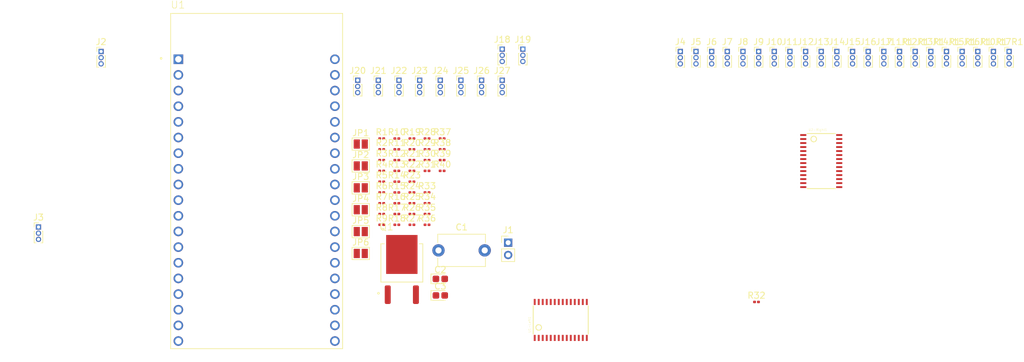
<source format=kicad_pcb>
(kicad_pcb (version 20221018) (generator pcbnew)
  (layers (0 "F.Cu" signal) (31 "B.Cu" signal) (34 "B.Paste" user) (35 "F.Paste" user) (36 "B.SilkS" user "B.Silkscreen") (37 "F.SilkS" user "F.Silkscreen") (38 "B.Mask" user) (39 "F.Mask" user) (44 "Edge.Cuts" user))
  (net 0 "")
  (net 1 "5.0V")
  (net 2 "GND")
  (net 3 "Net-(J1-Pin_2)")
  (net 4 "Net-(J2-Pin_3)")
  (net 5 "Net-(J3-Pin_3)")
  (net 6 "Net-(J4-Pin_3)")
  (net 7 "Net-(J5-Pin_3)")
  (net 8 "Net-(J6-Pin_3)")
  (net 9 "Net-(J7-Pin_3)")
  (net 10 "Net-(J8-Pin_3)")
  (net 11 "Net-(J9-Pin_3)")
  (net 12 "Net-(J10-Pin_3)")
  (net 13 "Net-(J11-Pin_3)")
  (net 14 "Net-(J12-Pin_3)")
  (net 15 "Net-(J13-Pin_3)")
  (net 16 "Net-(J14-Pin_3)")
  (net 17 "Net-(J15-Pin_3)")
  (net 18 "Net-(J16-Pin_3)")
  (net 19 "Net-(J17-Pin_3)")
  (net 20 "SDA0")
  (net 21 "SCL0")
  (net 22 "A0")
  (net 23 "A1")
  (net 24 "A2")
  (net 25 "A3")
  (net 26 "A4")
  (net 27 "A5")
  (net 28 "PWM15")
  (net 29 "PWM14")
  (net 30 "PWM13")
  (net 31 "PWM12")
  (net 32 "PWM11")
  (net 33 "PWM10")
  (net 34 "PWM9")
  (net 35 "PWM8")
  (net 36 "PWM0")
  (net 37 "PWM1")
  (net 38 "PWM2")
  (net 39 "PWM3")
  (net 40 "PWM4")
  (net 41 "PWM5")
  (net 42 "PWM6")
  (net 43 "PWM7")
  (net 44 "Net-(J18-Pin_3)")
  (net 45 "Net-(J19-Pin_3)")
  (net 46 "Net-(J20-Pin_3)")
  (net 47 "Net-(J21-Pin_3)")
  (net 48 "Net-(J22-Pin_3)")
  (net 49 "Net-(J23-Pin_3)")
  (net 50 "Net-(J24-Pin_3)")
  (net 51 "Net-(J25-Pin_3)")
  (net 52 "Net-(J26-Pin_3)")
  (net 53 "Net-(J27-Pin_3)")
  (net 54 "PWM8B")
  (net 55 "PWM9B")
  (net 56 "PWM10B")
  (net 57 "PWM11B")
  (net 58 "PWM12B")
  (net 59 "PWM13B")
  (net 60 "PWM14B")
  (net 61 "PWM15B")
  (net 62 "PWM0B")
  (net 63 "PWM1B")
  (net 64 "PWM2B")
  (net 65 "PWM3B")
  (net 66 "PWM4B")
  (net 67 "PWM5B")
  (net 68 "PWM6B")
  (net 69 "PWM7B")
  (net 70 "SDA1")
  (net 71 "SCL1")
  (net 72 "Net-(U2-Right1-#OE)")
  (net 73 "Net-(U1-Left1-#OE)")
  (net 74 "Net-(J2-Pin_1)")
  (net 75 "Net-(J2-Pin_2)")
  (net 76 "Net-(J3-Pin_1)")
  (net 77 "Net-(J3-Pin_2)")
  (net 78 "Net-(J10R1-Pin_3)")
  (net 79 "Net-(J11R1-Pin_3)")
  (net 80 "Net-(J12R1-Pin_3)")
  (net 81 "Net-(J13R1-Pin_3)")
  (net 82 "Net-(J14R1-Pin_3)")
  (net 83 "Net-(J15R1-Pin_3)")
  (net 84 "Net-(J16R1-Pin_3)")
  (net 85 "Net-(J17R1-Pin_3)")
  (net 86 "Net-(J2-Pin_19)")
  (net 87 "Net-(J2-Pin_17)")
  (net 88 "Net-(J2-Pin_18)")
  (net 89 "Net-(J2-Pin_13)")
  (net 90 "Net-(J2-Pin_7)")
  (net 91 "Net-(J2-Pin_6)")
  (net 92 "Net-(J2-Pin_8)")
  (net 93 "Net-(J2-Pin_14)")
  (net 94 "Net-(J2-Pin_15)")
  (net 95 "Net-(J2-Pin_9)")
  (net 96 "Net-(J2-Pin_16)")
  (net 97 "Net-(J3-Pin_10)")
  (net 98 "Net-(J3-Pin_9)")
  (net 99 "Net-(J2-Pin_5)")
  (net 100 "Net-(J2-Pin_4)")
  (net 101 "Net-(J3-Pin_8)")
  (net 102 "Net-(J3-Pin_7)")
  (net 103 "Net-(J2-Pin_11)")
  (net 104 "Net-(J2-Pin_10)")
  (net 105 "Net-(J2-Pin_12)")
  (net 106 "Net-(J3-Pin_6)")
  (net 107 "Net-(J3-Pin_4)")
  (net 108 "Net-(J3-Pin_5)")
  (net 109 "Net-(J3-Pin_11)")
  (footprint "Connector_PinHeader_1.00mm:PinHeader_1x03_P1.00mm_Vertical" (layer "F.Cu") (at 128.8 60.55)
    (fp_text reference "J21" (at 0 -1.56) (layer "F.SilkS"))
    (fp_text value "~")
    (pad "1" thru_hole rect (at 0 0) (size 0.85 0.85) (drill 0.5) (layers "*.Cu" "*.Mask") (net 2 "GND"))
    (pad "2" thru_hole oval (at 0 1) (size 0.85 0.85) (drill 0.5) (layers "*.Cu" "*.Mask") (net 1 "5.0V"))
    (pad "3" thru_hole oval (at 0 2) (size 0.85 0.85) (drill 0.5) (layers "*.Cu" "*.Mask") (net 47 "Net-(J21-Pin_3)"))
  )
  (footprint "Resistor_SMD:R_0201_0603Metric" (layer "F.Cu") (at 131.8 78.75)
    (fp_text reference "R15" (at 0 -1.05) (layer "F.SilkS"))
    (fp_text value "R")
    (pad "1" smd roundrect (at -0.32 0) (size 0.46 0.4) (layers "F.Cu" "F.Mask") (net 29 "PWM14"))
    (pad "2" smd roundrect (at 0.32 0) (size 0.46 0.4) (layers "F.Cu" "F.Mask") (net 12 "Net-(J10-Pin_3)"))
  )
  (footprint "Resistor_SMD:R_0201_0603Metric" (layer "F.Cu") (at 136.7 80.5)
    (fp_text reference "R34" (at 0 -1.05) (layer "F.SilkS"))
    (fp_text value "R")
    (pad "1" smd roundrect (at -0.32 0) (size 0.46 0.4) (layers "F.Cu" "F.Mask") (net 63 "PWM1B"))
    (pad "2" smd roundrect (at 0.32 0) (size 0.46 0.4) (layers "F.Cu" "F.Mask") (net 47 "Net-(J21-Pin_3)"))
  )
  (footprint "Resistor_SMD:R_0201_0603Metric" (layer "F.Cu") (at 134.25 82.25)
    (fp_text reference "R26" (at 0 -1.05) (layer "F.SilkS"))
    (fp_text value "R")
    (pad "1" smd roundrect (at -0.32 0) (size 0.46 0.4) (layers "F.Cu" "F.Mask") (net 37 "PWM1"))
    (pad "2" smd roundrect (at 0.32 0) (size 0.46 0.4) (layers "F.Cu" "F.Mask") (net 79 "Net-(J11R1-Pin_3)"))
  )
  (footprint "Connector_PinHeader_1.00mm:PinHeader_1x03_P1.00mm_Vertical" (layer "F.Cu") (at 83.82 55.88)
    (fp_text reference "J2" (at 0 -1.56) (layer "F.SilkS"))
    (fp_text value "Conn_01x19_Pin")
    (pad "1" thru_hole rect (at 0 0) (size 0.85 0.85) (drill 0.5) (layers "*.Cu" "*.Mask") (net 74 "Net-(J2-Pin_1)"))
    (pad "2" thru_hole oval (at 0 1) (size 0.85 0.85) (drill 0.5) (layers "*.Cu" "*.Mask") (net 75 "Net-(J2-Pin_2)"))
    (pad "3" thru_hole oval (at 0 2) (size 0.85 0.85) (drill 0.5) (layers "*.Cu" "*.Mask") (net 4 "Net-(J2-Pin_3)"))
  )
  (footprint "Resistor_SMD:R_0201_0603Metric" (layer "F.Cu") (at 139.15 75.25)
    (fp_text reference "R40" (at 0 -1.05) (layer "F.SilkS"))
    (fp_text value "R")
    (pad "1" smd roundrect (at -0.32 0) (size 0.46 0.4) (layers "F.Cu" "F.Mask") (net 69 "PWM7B"))
    (pad "2" smd roundrect (at 0.32 0) (size 0.46 0.4) (layers "F.Cu" "F.Mask") (net 53 "Net-(J27-Pin_3)"))
  )
  (footprint "Capacitor_Tantalum_SMD:CP_EIA-1608-08_AVX-J" (layer "F.Cu") (at 138.855 95.46)
    (fp_text reference "C3" (at 0 -1.48) (layer "F.SilkS"))
    (fp_text value "C")
    (pad "1" smd roundrect (at -0.7125 0) (size 1.075 1.05) (layers "F.Cu" "F.Paste" "F.Mask") (roundrect_rratio 0.238095) (net 1 "5.0V"))
    (pad "2" smd roundrect (at 0.7125 0) (size 1.075 1.05) (layers "F.Cu" "F.Paste" "F.Mask") (roundrect_rratio 0.238095) (net 2 "GND"))
  )
  (footprint "Capacitor_Tantalum_SMD:CP_EIA-1608-08_AVX-J" (layer "F.Cu") (at 138.855 92.77)
    (fp_text reference "C2" (at 0 -1.48) (layer "F.SilkS"))
    (fp_text value "C")
    (pad "1" smd roundrect (at -0.7125 0) (size 1.075 1.05) (layers "F.Cu" "F.Paste" "F.Mask") (roundrect_rratio 0.238095) (net 1 "5.0V"))
    (pad "2" smd roundrect (at 0.7125 0) (size 1.075 1.05) (layers "F.Cu" "F.Paste" "F.Mask") (roundrect_rratio 0.238095) (net 2 "GND"))
  )
  (footprint "Jumper:SolderJumper-2_P1.3mm_Open_Pad1.0x1.5mm" (layer "F.Cu") (at 125.95 74.45)
    (fp_text reference "JP2" (at 0 -1.8) (layer "F.SilkS"))
    (fp_text value "~")
    (pad "1" smd rect (at -0.65 0) (size 1 1.5) (layers "F.Cu" "F.Mask") (net 1 "5.0V"))
    (pad "2" smd rect (at 0.65 0) (size 1 1.5) (layers "F.Cu" "F.Mask") (net 23 "A1"))
  )
  (footprint "Resistor_SMD:R_0201_0603Metric" (layer "F.Cu") (at 134.25 70)
    (fp_text reference "R19" (at 0 -1.05) (layer "F.SilkS"))
    (fp_text value "R")
    (pad "1" smd roundrect (at -0.32 0) (size 0.46 0.4) (layers "F.Cu" "F.Mask") (net 56 "PWM10B"))
    (pad "2" smd roundrect (at 0.32 0) (size 0.46 0.4) (layers "F.Cu" "F.Mask") (net 16 "Net-(J14-Pin_3)"))
  )
  (footprint "Resistor_SMD:R_0201_0603Metric" (layer "F.Cu") (at 136.7 82.25)
    (fp_text reference "R35" (at 0 -1.05) (layer "F.SilkS"))
    (fp_text value "R")
    (pad "1" smd roundrect (at -0.32 0) (size 0.46 0.4) (layers "F.Cu" "F.Mask") (net 64 "PWM2B"))
    (pad "2" smd roundrect (at 0.32 0) (size 0.46 0.4) (layers "F.Cu" "F.Mask") (net 48 "Net-(J22-Pin_3)"))
  )
  (footprint "Resistor_SMD:R_0201_0603Metric" (layer "F.Cu") (at 131.8 71.75)
    (fp_text reference "R11" (at 0 -1.05) (layer "F.SilkS"))
    (fp_text value "R")
    (pad "1" smd roundrect (at -0.32 0) (size 0.46 0.4) (layers "F.Cu" "F.Mask") (net 33 "PWM10"))
    (pad "2" smd roundrect (at 0.32 0) (size 0.46 0.4) (layers "F.Cu" "F.Mask") (net 8 "Net-(J6-Pin_3)"))
  )
  (footprint "Capacitor_THT:C_Disc_D7.5mm_W5.0mm_P7.50mm" (layer "F.Cu") (at 138.56 88.15)
    (fp_text reference "C1" (at 3.75 -3.75) (layer "F.SilkS"))
    (fp_text value "C_Polarized_US")
    (pad "1" thru_hole circle (at 0 0) (size 2 2) (drill 1) (layers "*.Cu" "*.Mask") (net 1 "5.0V"))
    (pad "2" thru_hole circle (at 7.5 0) (size 2 2) (drill 1) (layers "*.Cu" "*.Mask") (net 2 "GND"))
  )
  (footprint "Resistor_SMD:R_0201_0603Metric" (layer "F.Cu") (at 134.25 78.75)
    (fp_text reference "R24" (at 0 -1.05) (layer "F.SilkS"))
    (fp_text value "R")
    (pad "1" smd roundrect (at -0.32 0) (size 0.46 0.4) (layers "F.Cu" "F.Mask") (net 61 "PWM15B"))
    (pad "2" smd roundrect (at 0.32 0) (size 0.46 0.4) (layers "F.Cu" "F.Mask") (net 45 "Net-(J19-Pin_3)"))
  )
  (footprint "Resistor_SMD:R_0201_0603Metric" (layer "F.Cu") (at 134.25 80.5)
    (fp_text reference "R25" (at 0 -1.05) (layer "F.SilkS"))
    (fp_text value "R")
    (pad "1" smd roundrect (at -0.32 0) (size 0.46 0.4) (layers "F.Cu" "F.Mask") (net 36 "PWM0"))
    (pad "2" smd roundrect (at 0.32 0) (size 0.46 0.4) (layers "F.Cu" "F.Mask") (net 78 "Net-(J10R1-Pin_3)"))
  )
  (footprint "Connector_PinHeader_1.00mm:PinHeader_1x03_P1.00mm_Vertical" (layer "F.Cu") (at 135.5 60.55)
    (fp_text reference "J23" (at 0 -1.56) (layer "F.SilkS"))
    (fp_text value "~")
    (pad "1" thru_hole rect (at 0 0) (size 0.85 0.85) (drill 0.5) (layers "*.Cu" "*.Mask") (net 2 "GND"))
    (pad "2" thru_hole oval (at 0 1) (size 0.85 0.85) (drill 0.5) (layers "*.Cu" "*.Mask") (net 1 "5.0V"))
    (pad "3" thru_hole oval (at 0 2) (size 0.85 0.85) (drill 0.5) (layers "*.Cu" "*.Mask") (net 49 "Net-(J23-Pin_3)"))
  )
  (footprint "Connector_PinHeader_1.00mm:PinHeader_1x03_P1.00mm_Vertical" (layer "F.Cu") (at 198.12 55.88)
    (fp_text reference "J12" (at 0 -1.56) (layer "F.SilkS"))
    (fp_text value "~")
    (pad "1" thru_hole rect (at 0 0) (size 0.85 0.85) (drill 0.5) (layers "*.Cu" "*.Mask") (net 2 "GND"))
    (pad "2" thru_hole oval (at 0 1) (size 0.85 0.85) (drill 0.5) (layers "*.Cu" "*.Mask") (net 1 "5.0V"))
    (pad "3" thru_hole oval (at 0 2) (size 0.85 0.85) (drill 0.5) (layers "*.Cu" "*.Mask") (net 14 "Net-(J12-Pin_3)"))
  )
  (footprint "Resistor_SMD:R_0201_0603Metric" (layer "F.Cu") (at 136.7 84)
    (fp_text reference "R36" (at 0 -1.05) (layer "F.SilkS"))
    (fp_text value "R")
    (pad "1" smd roundrect (at -0.32 0) (size 0.46 0.4) (layers "F.Cu" "F.Mask") (net 65 "PWM3B"))
    (pad "2" smd roundrect (at 0.32 0) (size 0.46 0.4) (layers "F.Cu" "F.Mask") (net 49 "Net-(J23-Pin_3)"))
  )
  (footprint "AOD417:DPAK228P994X240_3N" (layer "F.Cu") (at 132.611 91.25)
    (fp_text reference "Q1" (at -3.70678 -6.25744) (layer "F.SilkS") (effects (font (size 1.143 1.143) (thickness 0.127)) (justify left bottom)))
    (fp_text value "AOD417")
    (pad "1" smd roundrect (at -2.286 4.09) (size 0.97 3.02) (layers "F.Cu" "F.Paste" "F.Mask") (net 2 "GND"))
    (pad "3" smd roundrect (at 2.286 4.09) (size 0.97 3.02) (layers "F.Cu" "F.Paste" "F.Mask") (net 1 "5.0V"))
    (pad "4" smd rect (at 0 -2.44) (size 5.09 6.32) (layers "F.Cu" "F.Mask") (net 3 "Net-(J1-Pin_2)"))
  )
  (footprint "Resistor_SMD:R_0201_0603Metric" (layer "F.Cu") (at 129.35 70)
    (fp_text reference "R1" (at 0 -1.05) (layer "F.SilkS"))
    (fp_text value "R")
    (pad "1" smd roundrect (at -0.32 0) (size 0.46 0.4) (layers "F.Cu" "F.Mask") (net 27 "A5"))
    (pad "2" smd roundrect (at 0.32 0) (size 0.46 0.4) (layers "F.Cu" "F.Mask") (net 2 "GND"))
  )
  (footprint "Resistor_SMD:R_0201_0603Metric" (layer "F.Cu") (at 131.8 70)
    (fp_text reference "R10" (at 0 -1.05) (layer "F.SilkS"))
    (fp_text value "R")
    (pad "1" smd roundrect (at -0.32 0) (size 0.46 0.4) (layers "F.Cu" "F.Mask") (net 34 "PWM9"))
    (pad "2" smd roundrect (at 0.32 0) (size 0.46 0.4) (layers "F.Cu" "F.Mask") (net 7 "Net-(J5-Pin_3)"))
  )
  (footprint "Connector_PinHeader_1.00mm:PinHeader_1x03_P1.00mm_Vertical" (layer "F.Cu") (at 210.82 55.88)
    (fp_text reference "J17" (at 0 -1.56) (layer "F.SilkS"))
    (fp_text value "~")
    (pad "1" thru_hole rect (at 0 0) (size 0.85 0.85) (drill 0.5) (layers "*.Cu" "*.Mask") (net 2 "GND"))
    (pad "2" thru_hole oval (at 0 1) (size 0.85 0.85) (drill 0.5) (layers "*.Cu" "*.Mask") (net 1 "5.0V"))
    (pad "3" thru_hole oval (at 0 2) (size 0.85 0.85) (drill 0.5) (layers "*.Cu" "*.Mask") (net 19 "Net-(J17-Pin_3)"))
  )
  (footprint "Resistor_SMD:R_0201_0603Metric" (layer "F.Cu") (at 131.8 77)
    (fp_text reference "R14" (at 0 -1.05) (layer "F.SilkS"))
    (fp_text value "R")
    (pad "1" smd roundrect (at -0.32 0) (size 0.46 0.4) (layers "F.Cu" "F.Mask") (net 30 "PWM13"))
    (pad "2" smd roundrect (at 0.32 0) (size 0.46 0.4) (layers "F.Cu" "F.Mask") (net 11 "Net-(J9-Pin_3)"))
  )
  (footprint "Jumper:SolderJumper-2_P1.3mm_Open_Pad1.0x1.5mm" (layer "F.Cu") (at 125.95 78)
    (fp_text reference "JP3" (at 0 -1.8) (layer "F.SilkS"))
    (fp_text value "~")
    (pad "1" smd rect (at -0.65 0) (size 1 1.5) (layers "F.Cu" "F.Mask") (net 1 "5.0V"))
    (pad "2" smd rect (at 0.65 0) (size 1 1.5) (layers "F.Cu" "F.Mask") (net 24 "A2"))
  )
  (footprint "Connector_PinHeader_1.00mm:PinHeader_1x03_P1.00mm_Vertical" (layer "F.Cu") (at 148.9 55.5)
    (fp_text reference "J18" (at 0 -1.56) (layer "F.SilkS"))
    (fp_text value "~")
    (pad "1" thru_hole rect (at 0 0) (size 0.85 0.85) (drill 0.5) (layers "*.Cu" "*.Mask") (net 2 "GND"))
    (pad "2" thru_hole oval (at 0 1) (size 0.85 0.85) (drill 0.5) (layers "*.Cu" "*.Mask") (net 1 "5.0V"))
    (pad "3" thru_hole oval (at 0 2) (size 0.85 0.85) (drill 0.5) (layers "*.Cu" "*.Mask") (net 44 "Net-(J18-Pin_3)"))
  )
  (footprint "Resistor_SMD:R_0201_0603Metric" (layer "F.Cu") (at 129.35 73.5)
    (fp_text reference "R3" (at 0 -1.05) (layer "F.SilkS"))
    (fp_text value "R")
    (pad "1" smd roundrect (at -0.32 0) (size 0.46 0.4) (layers "F.Cu" "F.Mask") (net 25 "A3"))
    (pad "2" smd roundrect (at 0.32 0) (size 0.46 0.4) (layers "F.Cu" "F.Mask") (net 2 "GND"))
  )
  (footprint "Connector_PinHeader_1.00mm:PinHeader_1x03_P1.00mm_Vertical" (layer "F.Cu") (at 182.88 55.88)
    (fp_text reference "J6" (at 0 -1.56) (layer "F.SilkS"))
    (fp_text value "~")
    (pad "1" thru_hole rect (at 0 0) (size 0.85 0.85) (drill 0.5) (layers "*.Cu" "*.Mask") (net 2 "GND"))
    (pad "2" thru_hole oval (at 0 1) (size 0.85 0.85) (drill 0.5) (layers "*.Cu" "*.Mask") (net 1 "5.0V"))
    (pad "3" thru_hole oval (at 0 2) (size 0.85 0.85) (drill 0.5) (layers "*.Cu" "*.Mask") (net 8 "Net-(J6-Pin_3)"))
  )
  (footprint "Resistor_SMD:R_0201_0603Metric" (layer "F.Cu") (at 129.35 71.75)
    (fp_text reference "R2" (at 0 -1.05) (layer "F.SilkS"))
    (fp_text value "R")
    (pad "1" smd roundrect (at -0.32 0) (size 0.46 0.4) (layers "F.Cu" "F.Mask") (net 26 "A4"))
    (pad "2" smd roundrect (at 0.32 0) (size 0.46 0.4) (layers "F.Cu" "F.Mask") (net 2 "GND"))
  )
  (footprint "Connector_PinHeader_1.00mm:PinHeader_1x03_P1.00mm_Vertical" (layer "F.Cu") (at 218.44 55.88)
    (fp_text reference "J13R1" (at 0 -1.56) (layer "F.SilkS"))
    (fp_text value "~")
    (pad "1" thru_hole rect (at 0 0) (size 0.85 0.85) (drill 0.5) (layers "*.Cu" "*.Mask") (net 2 "GND"))
    (pad "2" thru_hole oval (at 0 1) (size 0.85 0.85) (drill 0.5) (layers "*.Cu" "*.Mask") (net 1 "5.0V"))
    (pad "3" thru_hole oval (at 0 2) (size 0.85 0.85) (drill 0.5) (layers "*.Cu" "*.Mask") (net 81 "Net-(J13R1-Pin_3)"))
  )
  (footprint "Resistor_SMD:R_0201_0603Metric" (layer "F.Cu") (at 134.25 75.25)
    (fp_text reference "R22" (at 0 -1.05) (layer "F.SilkS"))
    (fp_text value "R")
    (pad "1" smd roundrect (at -0.32 0) (size 0.46 0.4) (layers "F.Cu" "F.Mask") (net 59 "PWM13B"))
    (pad "2" smd roundrect (at 0.32 0) (size 0.46 0.4) (layers "F.Cu" "F.Mask") (net 19 "Net-(J17-Pin_3)"))
  )
  (footprint "Resistor_SMD:R_0201_0603Metric" (layer "F.Cu") (at 129.35 77)
    (fp_text reference "R5" (at 0 -1.05) (layer "F.SilkS"))
    (fp_text value "R")
    (pad "1" smd roundrect (at -0.32 0) (size 0.46 0.4) (layers "F.Cu" "F.Mask") (net 23 "A1"))
    (pad "2" smd roundrect (at 0.32 0) (size 0.46 0.4) (layers "F.Cu" "F.Mask") (net 2 "GND"))
  )
  (footprint "Connector_PinHeader_1.00mm:PinHeader_1x03_P1.00mm_Vertical" (layer "F.Cu") (at 190.5 55.88)
    (fp_text reference "J9" (at 0 -1.56) (layer "F.SilkS"))
    (fp_text value "~")
    (pad "1" thru_hole rect (at 0 0) (size 0.85 0.85) (drill 0.5) (layers "*.Cu" "*.Mask") (net 2 "GND"))
    (pad "2" thru_hole oval (at 0 1) (size 0.85 0.85) (drill 0.5) (layers "*.Cu" "*.Mask") (net 1 "5.0V"))
    (pad "3" thru_hole oval (at 0 2) (size 0.85 0.85) (drill 0.5) (layers "*.Cu" "*.Mask") (net 11 "Net-(J9-Pin_3)"))
  )
  (footprint "Jumper:SolderJumper-2_P1.3mm_Open_Pad1.0x1.5mm" (layer "F.Cu") (at 125.95 81.55)
    (fp_text reference "JP4" (at 0 -1.8) (layer "F.SilkS"))
    (fp_text value "~")
    (pad "1" smd rect (at -0.65 0) (size 1 1.5) (layers "F.Cu" "F.Mask") (net 1 "5.0V"))
    (pad "2" smd rect (at 0.65 0) (size 1 1.5) (layers "F.Cu" "F.Mask") (net 25 "A3"))
  )
  (footprint "Resistor_SMD:R_0201_0603Metric" (layer "F.Cu") (at 190.155 96.52)
    (fp_text reference "R32" (at 0 -1.05) (layer "F.SilkS"))
    (fp_text value "R")
    (pad "1" smd roundrect (at -0.32 0) (size 0.46 0.4) (layers "F.Cu" "F.Mask") (net 43 "PWM7"))
    (pad "2" smd roundrect (at 0.32 0) (size 0.46 0.4) (layers "F.Cu" "F.Mask") (net 85 "Net-(J17R1-Pin_3)"))
  )
  (footprint "Jumper:SolderJumper-2_P1.3mm_Open_Pad1.0x1.5mm" (layer "F.Cu") (at 125.95 70.9)
    (fp_text reference "JP1" (at 0 -1.8) (layer "F.SilkS"))
    (fp_text value "~")
    (pad "1" smd rect (at -0.65 0) (size 1 1.5) (layers "F.Cu" "F.Mask") (net 1 "5.0V"))
    (pad "2" smd rect (at 0.65 0) (size 1 1.5) (layers "F.Cu" "F.Mask") (net 22 "A0"))
  )
  (footprint "Connector_PinHeader_1.00mm:PinHeader_1x03_P1.00mm_Vertical" (layer "F.Cu") (at 177.8 55.88)
    (fp_text reference "J4" (at 0 -1.56) (layer "F.SilkS"))
    (fp_text value "~")
    (pad "1" thru_hole rect (at 0 0) (size 0.85 0.85) (drill 0.5) (layers "*.Cu" "*.Mask") (net 2 "GND"))
    (pad "2" thru_hole oval (at 0 1) (size 0.85 0.85) (drill 0.5) (layers "*.Cu" "*.Mask") (net 1 "5.0V"))
    (pad "3" thru_hole oval (at 0 2) (size 0.85 0.85) (drill 0.5) (layers "*.Cu" "*.Mask") (net 6 "Net-(J4-Pin_3)"))
  )
  (footprint "Connector_PinHeader_1.00mm:PinHeader_1x03_P1.00mm_Vertical" (layer "F.Cu") (at 231.14 55.88)
    (fp_text reference "J17R1" (at 0 -1.56) (layer "F.SilkS"))
    (fp_text value "~")
    (pad "1" thru_hole rect (at 0 0) (size 0.85 0.85) (drill 0.5) (layers "*.Cu" "*.Mask") (net 2 "GND"))
    (pad "2" thru_hole oval (at 0 1) (size 0.85 0.85) (drill 0.5) (layers "*.Cu" "*.Mask") (net 1 "5.0V"))
    (pad "3" thru_hole oval (at 0 2) (size 0.85 0.85) (drill 0.5) (layers "*.Cu" "*.Mask") (net 85 "Net-(J17R1-Pin_3)"))
  )
  (footprint "Connector_PinHeader_1.00mm:PinHeader_1x03_P1.00mm_Vertical" (layer "F.Cu") (at 203.2 55.88)
    (fp_text reference "J14" (at 0 -1.56) (layer "F.SilkS"))
    (fp_text value "~")
    (pad "1" thru_hole rect (at 0 0) (size 0.85 0.85) (drill 0.5) (layers "*.Cu" "*.Mask") (net 2 "GND"))
    (pad "2" thru_hole oval (at 0 1) (size 0.85 0.85) (drill 0.5) (layers "*.Cu" "*.Mask") (net 1 "5.0V"))
    (pad "3" thru_hole oval (at 0 2) (size 0.85 0.85) (drill 0.5) (layers "*.Cu" "*.Mask") (net 16 "Net-(J14-Pin_3)"))
  )
  (footprint "Connector_PinHeader_1.00mm:PinHeader_1x03_P1.00mm_Vertical" (layer "F.Cu") (at 213.36 55.88)
    (fp_text reference "J11R1" (at 0 -1.56) (layer "F.SilkS"))
    (fp_text value "~")
    (pad "1" thru_hole rect (at 0 0) (size 0.85 0.85) (drill 0.5) (layers "*.Cu" "*.Mask") (net 2 "GND"))
    (pad "2" thru_hole oval (at 0 1) (size 0.85 0.85) (drill 0.5) (layers "*.Cu" "*.Mask") (net 1 "5.0V"))
    (pad "3" thru_hole oval (at 0 2) (size 0.85 0.85) (drill 0.5) (layers "*.Cu" "*.Mask") (net 79 "Net-(J11R1-Pin_3)"))
  )
  (footprint "Jumper:SolderJumper-2_P1.3mm_Open_Pad1.0x1.5mm" (layer "F.Cu") (at 125.95 88.65)
    (fp_text reference "JP6" (at 0 -1.8) (layer "F.SilkS"))
    (fp_text value "~")
    (pad "1" smd rect (at -0.65 0) (size 1 1.5) (layers "F.Cu" "F.Mask") (net 1 "5.0V"))
    (pad "2" smd rect (at 0.65 0) (size 1 1.5) (layers "F.Cu" "F.Mask") (net 27 "A5"))
  )
  (footprint "Connector_PinHeader_1.00mm:PinHeader_1x03_P1.00mm_Vertical" (layer "F.Cu") (at 200.66 55.88)
    (fp_text reference "J13" (at 0 -1.56) (layer "F.SilkS"))
    (fp_text value "~")
    (pad "1" thru_hole rect (at 0 0) (size 0.85 0.85) (drill 0.5) (layers "*.Cu" "*.Mask") (net 2 "GND"))
    (pad "2" thru_hole oval (at 0 1) (size 0.85 0.85) (drill 0.5) (layers "*.Cu" "*.Mask") (net 1 "5.0V"))
    (pad "3" thru_hole oval (at 0 2) (size 0.85 0.85) (drill 0.5) (layers "*.Cu" "*.Mask") (net 15 "Net-(J13-Pin_3)"))
  )
  (footprint "Resistor_SMD:R_0201_0603Metric" (layer "F.Cu") (at 136.7 71.75)
    (fp_text reference "R29" (at 0 -1.05) (layer "F.SilkS"))
    (fp_text value "R")
    (pad "1" smd roundrect (at -0.32 0) (size 0.46 0.4) (layers "F.Cu" "F.Mask") (net 40 "PWM4"))
    (pad "2" smd roundrect (at 0.32 0) (size 0.46 0.4) (layers "F.Cu" "F.Mask") (net 82 "Net-(J14R1-Pin_3)"))
  )
  (footprint "Connector_PinHeader_1.00mm:PinHeader_1x03_P1.00mm_Vertical" (layer "F.Cu") (at 228.6 55.88)
    (fp_text reference "J10R1" (at 0 -1.56) (layer "F.SilkS"))
    (fp_text value "~")
    (pad "1" thru_hole rect (at 0 0) (size 0.85 0.85) (drill 0.5) (layers "*.Cu" "*.Mask") (net 2 "GND"))
    (pad "2" thru_hole oval (at 0 1) (size 0.85 0.85) (drill 0.5) (layers "*.Cu" "*.Mask") (net 1 "5.0V"))
    (pad "3" thru_hole oval (at 0 2) (size 0.85 0.85) (drill 0.5) (layers "*.Cu" "*.Mask") (net 78 "Net-(J10R1-Pin_3)"))
  )
  (footprint "Resistor_SMD:R_0201_0603Metric" (layer "F.Cu") (at 131.8 84)
    (fp_text reference "R18" (at 0 -1.05) (layer "F.SilkS"))
    (fp_text value "R")
    (pad "1" smd roundrect (at -0.32 0) (size 0.46 0.4) (layers "F.Cu" "F.Mask") (net 55 "PWM9B"))
    (pad "2" smd roundrect (at 0.32 0) (size 0.46 0.4) (layers "F.Cu" "F.Mask") (net 15 "Net-(J13-Pin_3)"))
  )
  (footprint "Connector_PinHeader_1.00mm:PinHeader_1x03_P1.00mm_Vertical" (layer "F.Cu") (at 205.74 55.88)
    (fp_text reference "J15" (at 0 -1.56) (layer "F.SilkS"))
    (fp_text value "~")
    (pad "1" thru_hole rect (at 0 0) (size 0.85 0.85) (drill 0.5) (layers "*.Cu" "*.Mask") (net 2 "GND"))
    (pad "2" thru_hole oval (at 0 1) (size 0.85 0.85) (drill 0.5) (layers "*.Cu" "*.Mask") (net 1 "5.0V"))
    (pad "3" thru_hole oval (at 0 2) (size 0.85 0.85) (drill 0.5) (layers "*.Cu" "*.Mask") (net 17 "Net-(J15-Pin_3)"))
  )
  (footprint "PCA9685:TSSOP28" (layer "F.Cu") (at 158.395 99.4378)
    (fp_text reference "U1-Left1" (at -4.8456 2.0828 90) (layer "F.SilkS") (effects (font (size 0.373888 0.373888) (thickness 0.032512)) (justify left bottom)))
    (fp_text value "PCA9685")
    (pad "1" smd rect (at -4.225 2.9178) (size 0.3048 0.9906) (layers "F.Cu" "F.Paste" "F.Mask") (net 22 "A0"))
    (pad "2" smd rect (at -3.575 2.9178) (size 0.3048 0.9906) (layers "F.Cu" "F.Paste" "F.Mask") (net 23 "A1"))
    (pad "3" smd rect (at -2.925 2.9178) (size 0.3048 0.9906) (layers "F.Cu" "F.Paste" "F.Mask") (net 24 "A2"))
    (pad "4" smd rect (at -2.275 2.9178) (size 0.3048 0.9906) (layers "F.Cu" "F.Paste" "F.Mask") (net 25 "A3"))
    (pad "5" smd rect (at -1.625 2.9178) (size 0.3048 0.9906) (layers "F.Cu" "F.Paste" "F.Mask") (net 26 "A4"))
    (pad "6" smd rect (at -0.975 2.9178) (size 0.3048 0.9906) (layers "F.Cu" "F.Paste" "F.Mask") (net 62 "PWM0B"))
    (pad "7" smd rect (at -0.325 2.9178) (size 0.3048 0.9906) (layers "F.Cu" "F.Paste" "F.Mask") (net 63 "PWM1B"))
    (pad "8" smd rect (at 0.325 2.9178) (size 0.3048 0.9906) (layers "F.Cu" "F.Paste" "F.Mask") (net 64 "PWM2B"))
    (pad "9" smd rect (at 0.975 2.9178) (size 0.3048 0.9906) (layers "F.Cu" "F.Paste" "F.Mask") (net 65 "PWM3B"))
    (pad "10" smd rect (at 1.625 2.9178) (size 0.3048 0.9906) (layers "F.Cu" "F.Paste" "F.Mask") (net 66 "PWM4B"))
    (pad "11" smd rect (at 2.275 2.9178) (size 0.3048 0.9906) (layers "F.Cu" "F.Paste" "F.Mask") (net 67 "PWM5B"))
    (pad "12" smd rect (at 2.925 2.9178) (size 0.3048 0.9906) (layers "F.Cu" "F.Paste" "F.Mask") (net 68 "PWM6B"))
    (pad "13" smd rect (at 3.575 2.9178) (size 0.3048 0.9906) (layers "F.Cu" "F.Paste" "F.Mask") (net 69 "PWM7B"))
    (pad "14" smd rect (at 4.225 2.9178) (size 0.3048 0.9906) (layers "F.Cu" "F.Paste" "F.Mask") (net 2 "GND"))
    (pad "15" smd rect (at 4.225 -2.9178) (size 0.3048 0.9906) (layers "F.Cu" "F.Paste" "F.Mask") (net 54 "PWM8B"))
    (pad "16" smd rect (at 3.575 -2.9178) (size 0.3048 0.9906) (layers "F.Cu" "F.Paste" "F.Mask") (net 55 "PWM9B"))
    (pad "17" smd rect (at 2.925 -2.9178) (size 0.3048 0.9906) (layers "F.Cu" "F.Paste" "F.Mask") (net 56 "PWM10B"))
    (pad "18" smd rect (at 2.275 -2.9178) (size 0.3048 0.9906) (layers "F.Cu" "F.Paste" "F.Mask") (net 57 "PWM11B"))
    (pad "19" smd rect (at 1.625 -2.9178) (size 0.3048 0.9906) (layers "F.Cu" "F.Paste" "F.Mask") (net 58 "PWM12B"))
    (pad "20" smd rect (at 0.975 -2.9178) (size 0.3048 0.9906) (layers "F.Cu" "F.Paste" "F.Mask") (net 59 "PWM13B"))
    (pad "21" smd rect (at 0.325 -2.9178) (size 0.3048 0.9906) (layers "F.Cu" "F.Paste" "F.Mask") (net 60 "PWM14B"))
    (pad "22" smd rect (at -0.325 -2.9178) (size 0.3048 0.9906) (layers "F.Cu" "F.Paste" "F.Mask") (net 61 "PWM15B"))
    (pad "23" smd rect (at -0.975 -2.9178) (size 0.3048 0.9906) (layers "F.Cu" "F.Paste" "F.Mask") (net 73 "Net-(U1-Left1-#OE)"))
    (pad "24" smd rect (at -1.625 -2.9178) (size 0.3048 0.9906) (layers "F.Cu" "F.Paste" "F.Mask") (net 27 "A5"))
    (pad "25" smd rect (at -2.275 -2.9178) (size 0.3048 0.9906) (layers "F.Cu" "F.Paste" "F.Mask") (net 2 "GND"))
    (pad "26" smd rect (at -2.925 -2.9178) (size 0.3048 0.9906) (layers "F.Cu" "F.Paste" "F.Mask") (net 71 "SCL1"))
    (pad "27" smd rect (at -3.575 -2.9178) (size 0.3048 0.9906) (layers "F.Cu" "F.Paste" "F.Mask") (net 70 "SDA1"))
    (pad "28" smd rect (at -4.225 -2.9178) (size 0.3048 0.9906) (layers "F.Cu" "F.Paste" "F.Mask") (net 1 "5.0V"))
  )
  (footprint "Connector_PinHeader_1.00mm:PinHeader_1x03_P1.00mm_Vertical" (layer "F.Cu") (at 185.42 55.88)
    (fp_text reference "J7" (at 0 -1.56) (layer "F.SilkS"))
    (fp_text value "~")
    (pad "1" thru_hole rect (at 0 0) (size 0.85 0.85) (drill 0.5) (layers "*.Cu" "*.Mask") (net 2 "GND"))
    (pad "2" thru_hole oval (at 0 1) (size 0.85 0.85) (drill 0.5) (layers "*.Cu" "*.Mask") (net 1 "5.0V"))
    (pad "3" thru_hole oval (at 0 2) (size 0.85 0.85) (drill 0.5) (layers "*.Cu" "*.Mask") (net 9 "Net-(J7-Pin_3)"))
  )
  (footprint "Connector_PinHeader_1.00mm:PinHeader_1x03_P1.00mm_Vertical" (layer "F.Cu") (at 193.04 55.88)
    (fp_text reference "J10" (at 0 -1.56) (layer "F.SilkS"))
    (fp_text value "~")
    (pad "1" thru_hole rect (at 0 0) (size 0.85 0.85) (drill 0.5) (layers "*.Cu" "*.Mask") (net 2 "GND"))
    (pad "2" thru_hole oval (at 0 1) (size 0.85 0.85) (drill 0.5) (layers "*.Cu" "*.Mask") (net 1 "5.0V"))
    (pad "3" thru_hole oval (at 0 2) (size 0.85 0.85) (drill 0.5) (layers "*.Cu" "*.Mask") (net 12 "Net-(J10-Pin_3)"))
  )
  (footprint "ESP32-DEVKITC-32UE:ESPRESSIF_ESP32-DEVKITC-32UE" (layer "F.Cu") (at 109.055 80)
    (fp_text reference "U1" (at -14 -31) (layer "F.SilkS") (effects (font (size 1.1684 1.1684) (thickness 0.1016)) (justify left bottom)))
    (fp_text value "ESP32-DEVKITC-32UE")
    (pad "1" thru_hole rect (at -12.7 -22.86) (size 1.56 1.56) (drill 1.04) (layers "*.Cu" "*.Mask") (net 109 "Net-(J3-Pin_11)"))
    (pad "2" thru_hole circle (at -12.7 -20.32) (size 1.56 1.56) (drill 1.04) (layers "*.Cu" "*.Mask") (net 74 "Net-(J2-Pin_1)"))
    (pad "3" thru_hole circle (at -12.7 -17.78) (size 1.56 1.56) (drill 1.04) (layers "*.Cu" "*.Mask") (net 75 "Net-(J2-Pin_2)"))
    (pad "4" thru_hole circle (at -12.7 -15.24) (size 1.56 1.56) (drill 1.04) (layers "*.Cu" "*.Mask") (net 4 "Net-(J2-Pin_3)"))
    (pad "5" thru_hole circle (at -12.7 -12.7) (size 1.56 1.56) (drill 1.04) (layers "*.Cu" "*.Mask") (net 108 "Net-(J3-Pin_5)"))
    (pad "6" thru_hole circle (at -12.7 -10.16) (size 1.56 1.56) (drill 1.04) (layers "*.Cu" "*.Mask") (net 107 "Net-(J3-Pin_4)"))
    (pad "7" thru_hole circle (at -12.7 -7.62) (size 1.56 1.56) (drill 1.04) (layers "*.Cu" "*.Mask") (net 70 "SDA1"))
    (pad "8" thru_hole circle (at -12.7 -5.08) (size 1.56 1.56) (drill 1.04) (layers "*.Cu" "*.Mask") (net 71 "SCL1"))
    (pad "9" thru_hole circle (at -12.7 -2.54) (size 1.56 1.56) (drill 1.04) (layers "*.Cu" "*.Mask") (net 20 "SDA0"))
    (pad "10" thru_hole circle (at -12.7 0) (size 1.56 1.56) (drill 1.04) (layers "*.Cu" "*.Mask") (net 21 "SCL0"))
    (pad "11" thru_hole circle (at -12.7 2.54) (size 1.56 1.56) (drill 1.04) (layers "*.Cu" "*.Mask") (net 106 "Net-(J3-Pin_6)"))
    (pad "12" thru_hole circle (at -12.7 5.08) (size 1.56 1.56) (drill 1.04) (layers "*.Cu" "*.Mask") (net 105 "Net-(J2-Pin_12)"))
    (pad "13" thru_hole circle (at -12.7 7.62) (size 1.56 1.56) (drill 1.04) (layers "*.Cu" "*.Mask") (net 104 "Net-(J2-Pin_10)"))
    (pad "14" thru_hole circle (at -12.7 10.16) (size 1.56 1.56) (drill 1.04) (layers "*.Cu" "*.Mask") (net 2 "GND"))
    (pad "15" thru_hole circle (at -12.7 12.7) (size 1.56 1.56) (drill 1.04) (layers "*.Cu" "*.Mask") (net 103 "Net-(J2-Pin_11)"))
    (pad "16" thru_hole circle (at -12.7 15.24) (size 1.56 1.56) (drill 1.04) (layers "*.Cu" "*.Mask") (net 5 "Net-(J3-Pin_3)"))
    (pad "17" thru_hole circle (at -12.7 17.78) (size 1.56 1.56) (drill 1.04) (layers "*.Cu" "*.Mask") (net 77 "Net-(J3-Pin_2)"))
    (pad "18" thru_hole circle (at -12.7 20.32) (size 1.56 1.56) (drill 1.04) (layers "*.Cu" "*.Mask") (net 76 "Net-(J3-Pin_1)"))
    (pad "19" thru_hole circle (at -12.7 22.86) (size 1.56 1.56) (drill 1.04) (layers "*.Cu" "*.Mask") (net 1 "5.0V"))
    (pad "20" thru_hole circle (at 12.7 -22.86) (size 1.56 1.56) (drill 1.04) (layers "*.Cu" "*.Mask") (net 2 "GND"))
    (pad "21" thru_hole circle (at 12.7 -20.32) (size 1.56 1.56) (drill 1.04) (layers "*.Cu" "*.Mask") (net 102 "Net-(J3-Pin_7)"))
    (pad "22" thru_hole circle (at 12.7 -17.78) (size 1.56 1.56) (drill 1.04) (layers "*.Cu" "*.Mask") (net 101 "Net-(J3-Pin_8)"))
    (pad "23" thru_hole circle (at 12.7 -15.24) (size 1.56 1.56) (drill 1.04) (layers "*.Cu" "*.Mask") (net 100 "Net-(J2-Pin_4)"))
    (pad "24" thru_hole circle (at 12.7 -12.7) (size 1.56 1.56) (drill 1.04) (layers "*.Cu" "*.Mask") (net 99 "Net-(J2-Pin_5)"))
    (pad "25" thru_hole circle (at 12.7 -10.16) (size 1.56 1.56) (drill 1.04) (layers "*.Cu" "*.Mask") (net 98 "Net-(J3-Pin_9)"))
    (pad "26" thru_hole circle (at 12.7 -7.62) (size 1.56 1.56) (drill 1.04) (layers "*.Cu" "*.Mask") (net 2 "GND"))
    (pad "27" thru_hole circle (at 12.7 -5.08) (size 1.56 1.56) (drill 1.04) (layers "*.Cu" "*.Mask") (net 97 "Net-(J3-Pin_10)"))
    (pad "28" thru_hole circle (at 12.7 -2.54) (size 1.56 1.56) (drill 1.04) (layers "*.Cu" "*.Mask") (net 96 "Net-(J2-Pin_16)"))
    (pad "29" thru_hole circle (at 12.7 0) (size 1.56 1.56) (drill 1.04) (layers "*.Cu" "*.Mask") (net 95 "Net-(J2-Pin_9)"))
    (pad "30" thru_hole circle (at 12.7 2.54) (size 1.56 1.56) (drill 1.04) (layers "*.Cu" "*.Mask") (net 94 "Net-(J2-Pin_15)"))
    (pad "31" thru_hole circle (at 12.7 5.08) (size 1.56 1.56) (drill 1.04) (layers "*.Cu" "*.Mask") (net 93 "Net-(J2-Pin_14)"))
    (pad "32" thru_hole circle (at 12.7 7.62) (size 1.56 1.56) (drill 1.04) (layers "*.Cu" "*.Mask") (net 92 "Net-(J2-Pin_8)"))
    (pad "33" thru_hole circle (at 12.7 10.16) (size 1.56 1.56) (drill 1.04) (layers "*.Cu" "*.Mask") (net 91 "Net-(J2-Pin_6)"))
    (pad "34" thru_hole circle (at 12.7 12.7) (size 1.56 1.56) (drill 1.04) (layers "*.Cu" "*.Mask") (net 90 "Net-(J2-Pin_7)"))
    (pad "35" thru_hole circle (at 12.7 15.24) (size 1.56 1.56) (drill 1.04) (layers "*.Cu" "*.Mask") (net 89 "Net-(J2-Pin_13)"))
    (pad "36" thru_hole circle (at 12.7 17.78) (size 1.56 1.56) (drill 1.04) (layers "*.Cu" "*.Mask") (net 88 "Net-(J2-Pin_18)"))
    (pad "37" thru_hole circle (at 12.7 20.32) (size 1.56 1.56) (drill 1.04) (layers "*.Cu" "*.Mask") (net 87 "Net-(J2-Pin_17)"))
    (pad "38" thru_hole circle (at 12.7 22.86) (size 1.56 1.56) (drill 1.04) (layers "*.Cu" "*.Mask") (net 86 "Net-(J2-Pin_19)"))
  )
  (footprint "Connector_PinHeader_1.00mm:PinHeader_1x03_P1.00mm_Vertical" (layer "F.Cu") (at 220.98 55.88)
    (fp_text reference "J14R1" (at 0 -1.56) (layer "F.SilkS"))
    (fp_text value "~")
    (pad "1" thru_hole rect (at 0 0) (size 0.85 0.85) (drill 0.5) (layers "*.Cu" "*.Mask") (net 2 "GND"))
    (pad "2" thru_hole oval (at 0 1) (size 0.85 0.85) (drill 0.5) (layers "*.Cu" "*.Mask") (net 1 "5.0V"))
    (pad "3" thru_hole oval (at 0 2) (size 0.85 0.85) (drill 0.5) (layers "*.Cu" "*.Mask") (net 82 "Net-(J14R1-Pin_3)"))
  )
  (footprint "Resistor_SMD:R_0201_0603Metric" (layer "F.Cu") (at 129.35 80.5)
    (fp_text reference "R7" (at 0 -1.05) (layer "F.SilkS"))
    (fp_text value "R")
    (pad "1" smd roundrect (at -0.32 0) (size 0.46 0.4) (layers "F.Cu" "F.Mask") (net 2 "GND"))
    (pad "2" smd roundrect (at 0.32 0) (size 0.46 0.4) (layers "F.Cu" "F.Mask") (net 72 "Net-(U2-Right1-#OE)"))
  )
  (footprint "Jumper:SolderJumper-2_P1.3mm_Open_Pad1.0x1.5mm" (layer "F.Cu") (at 125.95 85.1)
    (fp_text reference "JP5" (at 0 -1.8) (layer "F.SilkS"))
    (fp_text value "~")
    (pad "1" smd rect (at -0.65 0) (size 1 1.5) (layers "F.Cu" "F.Mask") (net 1 "5.0V"))
    (pad "2" smd rect (at 0.65 0) (size 1 1.5) (layers "F.Cu" "F.Mask") (net 26 "A4"))
  )
  (footprint "Connector_PinHeader_1.00mm:PinHeader_1x03_P1.00mm_Vertical" (layer "F.Cu") (at 138.85 60.55)
    (fp_text reference "J24" (at 0 -1.56) (layer "F.SilkS"))
    (fp_text value "~")
    (pad "1" thru_hole rect (at 0 0) (size 0.85 0.85) (drill 0.5) (layers "*.Cu" "*.Mask") (net 2 "GND"))
    (pad "2" thru_hole oval (at 0 1) (size 0.85 0.85) (drill 0.5) (layers "*.Cu" "*.Mask") (net 1 "5.0V"))
    (pad "3" thru_hole oval (at 0 2) (size 0.85 0.85) (drill 0.5) (layers "*.Cu" "*.Mask") (net 50 "Net-(J24-Pin_3)"))
  )
  (footprint "Resistor_SMD:R_0201_0603Metric" (layer "F.Cu") (at 129.35 75.25)
    (fp_text reference "R4" (at 0 -1.05) (layer "F.SilkS"))
    (fp_text value "R")
    (pad "1" smd roundrect (at -0.32 0) (size 0.46 0.4) (layers "F.Cu" "F.Mask") (net 24 "A2"))
    (pad "2" smd roundrect (at 0.32 0) (size 0.46 0.4) (layers "F.Cu" "F.Mask") (net 2 "GND"))
  )
  (footprint "PCA9685:TSSOP28" (layer "F.Cu") (at 200.66 73.66 -90)
    (fp_text reference "U2-Right1" (at -4.8456 2.0828) (layer "F.SilkS") (effects (font (size 0.373888 0.373888) (thickness 0.032512)) (justify left bottom)))
    (fp_text value "PCA9685")
    (pad "1" smd rect (at -4.225 2.9178 270) (size 0.3048 0.9906) (layers "F.Cu" "F.Paste" "F.Mask") (net 22 "A0"))
    (pad "2" smd rect (at -3.575 2.9178 270) (size 0.3048 0.9906) (layers "F.Cu" "F.Paste" "F.Mask") (net 23 "A1"))
    (pad "3" smd rect (at -2.925 2.9178 270) (size 0.3048 0.9906) (layers "F.Cu" "F.Paste" "F.Mask") (net 24 "A2"))
    (pad "4" smd rect (at -2.275 2.9178 270) (size 0.3048 0.9906) (layers "F.Cu" "F.Paste" "F.Mask") (net 25 "A3"))
    (pad "5" smd rect (at -1.625 2.9178 270) (size 0.3048 0.9906) (layers "F.Cu" "F.Paste" "F.Mask") (net 26 "A4"))
    (pad "6" smd rect (at -0.975 2.9178 270) (size 0.3048 0.9906) (layers "F.Cu" "F.Paste" "F.Mask") (net 36 "PWM0"))
    (pad "7" smd rect (at -0.325 2.9178 270) (size 0.3048 0.9906) (layers "F.Cu" "F.Paste" "F.Mask") (net 37 "PWM1"))
    (pad "8" smd rect (at 0.325 2.9178 270) (size 0.3048 0.9906) (layers "F.Cu" "F.Paste" "F.Mask") (net 38 "PWM2"))
    (pad "9" smd rect (at 0.975 2.9178 270) (size 0.3048 0.9906) (layers "F.Cu" "F.Paste" "F.Mask") (net 39 "PWM3"))
    (pad "10" smd rect (at 1.625 2.9178 270) (size 0.3048 0.9906) (layers "F.Cu" "F.Paste" "F.Mask") (net 40 "PWM4"))
    (pad "11" smd rect (at 2.275 2.9178 270) (size 0.3048 0.9906) (layers "F.Cu" "F.Paste" "F.Mask") (net 41 "PWM5"))
    (pad "12" smd rect (at 2.925 2.9178 270) (size 0.3048 0.9906) (layers "F.Cu" "F.Paste" "F.Mask") (net 42 "PWM6"))
    (pad "13" smd rect (at 3.575 2.9178 270) (size 0.3048 0.9906) (layers "F.Cu" "F.Paste" "F.Mask") (net 43 "PWM7"))
    (pad "14" smd rect (at 4.225 2.9178 270) (size 0.3048 0.9906) (layers "F.Cu" "F.Paste" "F.Mask") (net 2 "GND"))
    (pad "15" smd rect (at 4.225 -2.9178 270) (size 0.3048 0.9906) (layers "F.Cu" "F.Paste" "F.Mask") (net 35 "PWM8"))
    (pad "16" smd rect (at 3.575 -2.9178 270) (size 0.3048 0.9906) (layers "F.Cu" "F.Paste" "F.Mask") (net 34 "PWM9"))
    (pad "17" smd rect (at 2.925 -2.9178 270) (size 0.3048 0.9906) (layers "F.Cu" "F.Paste" "F.Mask") (net 33 "PWM10"))
    (pad "18" smd rect (at 2.275 -2.9178 270) (size 0.3048 0.9906) (layers "F.Cu" "F.Paste" "F.Mask") (net 32 "PWM11"))
    (pad "19" smd rect (at 1.625 -2.9178 270) (size 0.3048 0.9906) (layers "F.Cu" "F.Paste" "F.Mask") (net 31 "PWM12"))
    (pad "20" smd rect (at 0.975 -2.9178 270) (size 0.3048 0.9906) (layers "F.Cu" "F.Paste" "F.Mask") (net 30 "PWM13"))
    (pad "21" smd rect (at 0.325 -2.9178 270) (size 0.3048 0.9906) (layers "F.Cu" "F.Paste" "F.Mask") (net 29 "PWM14"))
    (pad "22" smd rect (at -0.325 -2.9178 270) (size 0.3048 0.9906) (layers "F.Cu" "F.Paste" "F.Mask") (net 28 "PWM15"))
    (pad "23" smd rect (at -0.975 -2.9178 270) (size 0.3048 0.9906) (layers "F.Cu" "F.Paste" "F.Mask") (net 72 "Net-(U2-Right1-#OE)"))
    (pad "24" smd rect (at -1.625 -2.9178 270) (size 0.3048 0.9906) (layers "F.Cu" "F.Paste" "F.Mask") (net 27 "A5"))
    (pad "25" smd rect (at -2.275 -2.9178 270) (size 0.3048 0.9906) (layers "F.Cu" "F.Paste" "F.Mask") (net 2 "GND"))
    (pad "26" smd rect (at -2.925 -2.9178 270) (size 0.3048 0.9906) (layers "F.Cu" "F.Paste" "F.Mask") (net 21 "SCL0"))
    (pad "27" smd rect (at -3.575 -2.9178 270) (size 0.3048 0.9906) (layers "F.Cu" "F.Paste" "F.Mask") (net 20 "SDA0"))
    (pad "28" smd rect (at -4.225 -2.9178 270) (size 0.3048 0.9906) (layers "F.Cu" "F.Paste" "F.Mask") (net 1 "5.0V"))
  )
  (footprint "Resistor_SMD:R_0201_0603Metric" (layer "F.Cu") (at 129.35 82.25)
    (fp_text reference "R8" (at 0 -1.05) (layer "F.SilkS"))
    (fp_text value "R")
    (pad "1" smd roundrect (at -0.32 0) (size 0.46 0.4) (layers "F.Cu" "F.Mask") (net 2 "GND"))
    (pad "2" smd roundrect (at 0.32 0) (size 0.46 0.4) (layers "F.Cu" "F.Mask") (net 73 "Net-(U1-Left1-#OE)"))
  )
  (footprint "Connector_PinHeader_1.00mm:PinHeader_1x03_P1.00mm_Vertical" (layer "F.Cu") (at 152.25 55.5)
    (fp_text reference "J19" (at 0 -1.56) (layer "F.SilkS"))
    (fp_text value "~")
    (pad "1" thru_hole rect (at 0 0) (size 0.85 0.85) (drill 0.5) (layers "*.Cu" "*.Mask") (net 2 "GND"))
    (pad "2" thru_hole oval (at 0 1) (size 0.85 0.85) (drill 0.5) (layers "*.Cu" "*.Mask") (net 1 "5.0V"))
    (pad "3" thru_hole oval (at 0 2) (size 0.85 0.85) (drill 0.5) (layers "*.Cu" "*.Mask") (net 45 "Net-(J19-Pin_3)"))
  )
  (footprint "Resistor_SMD:R_0201_0603Metric" (layer "F.Cu") (at 136.7 70)
    (fp_text reference "R28" (at 0 -1.05) (layer "F.SilkS"))
    (fp_text value "R")
    (pad "1" smd roundrect (at -0.32 0) (size 0.46 0.4) (layers "F.Cu" "F.Mask") (net 39 "PWM3"))
    (pad "2" smd roundrect (at 0.32 0) (size 0.46 0.4) (layers "F.Cu" "F.Mask") (net 81 "Net-(J13R1-Pin_3)"))
  )
  (footprint "Connector_PinHeader_2.00mm:PinHeader_1x02_P2.00mm_Vertical" (layer "F.Cu") (at 149.86 86.9)
    (fp_text reference "J1" (at 0 -2.06) (layer "F.SilkS"))
    (fp_text value "Screw_Terminal_01x02")
    (pad "1" thru_hole rect (at 0 0) (size 1.35 1.35) (drill 0.8) (layers "*.Cu" "*.Mask") (net 2 "GND"))
    (pad "2" thru_hole oval (at 0 2) (size 1.35 1.35) (drill 0.8) (layers "*.Cu" "*.Mask") (net 3 "Net-(J1-Pin_2)"))
  )
  (footprint "Resistor_SMD:R_0201_0603Metric" (layer "F.Cu") (at 129.35 78.75)
    (fp_text reference "R6" (at 0 -1.05) (layer "F.SilkS"))
    (fp_text value "R")
    (pad "1" smd roundrect (at -0.32 0) (size 0.46 0.4) (layers "F.Cu" "F.Mask") (net 22 "A0"))
    (pad "2" smd roundrect (at 0.32 0) (size 0.46 0.4) (layers "F.Cu" "F.Mask") (net 2 "GND"))
  )
  (footprint "Resistor_SMD:R_0201_0603Metric" (layer "F.Cu") (at 139.15 71.75)
    (fp_text reference "R38" (at 0 -1.05) (layer "F.SilkS"))
    (fp_text value "R")
    (pad "1" smd roundrect (at -0.32 0) (size 0.46 0.4) (layers "F.Cu" "F.Mask") (net 67 "PWM5B"))
    (pad "2" smd roundrect (at 0.32 0) (size 0.46 0.4) (layers "F.Cu" "F.Mask") (net 51 "Net-(J25-Pin_3)"))
  )
  (footprint "Connector_PinHeader_1.00mm:PinHeader_1x03_P1.00mm_Vertical" (layer "F.Cu") (at 215.9 55.88)
    (fp_text reference "J12R1" (at 0 -1.56) (layer "F.SilkS"))
    (fp_text value "~")
    (pad "1" thru_hole rect (at 0 0) (size 0.85 0.85) (drill 0.5) (layers "*.Cu" "*.Mask") (net 2 "GND"))
    (pad "2" thru_hole oval (at 0 1) (size 0.85 0.85) (drill 0.5) (layers "*.Cu" "*.Mask") (net 1 "5.0V"))
    (pad "3" thru_hole oval (at 0 2) (size 0.85 0.85) (drill 0.5) (layers "*.Cu" "*.Mask") (net 80 "Net-(J12R1-Pin_3)"))
  )
  (footprint "Resistor_SMD:R_0201_0603Metric" (layer "F.Cu") (at 134.25 84)
    (fp_text reference "R27" (at 0 -1.05) (layer "F.SilkS"))
    (fp_text value "R")
    (pad "1" smd roundrect (at -0.32 0) (size 0.46 0.4) (layers "F.Cu" "F.Mask") (net 38 "PWM2"))
    (pad "2" smd roundrect (at 0.32 0) (size 0.46 0.4) (layers "F.Cu" "F.Mask") (net 80 "Net-(J12R1-Pin_3)"))
  )
  (footprint "Resistor_SMD:R_0201_0603Metric" (layer "F.Cu") (at 131.8 75.25)
    (fp_text reference "R13" (at 0 -1.05) (layer "F.SilkS"))
    (fp_text value "R")
    (pad "1" smd roundrect (at -0.32 0) (size 0.46 0.4) (layers "F.Cu" "F.Mask") (net 31 "PWM12"))
    (pad "2" smd roundrect (at 0.32 0) (size 0.46 0.4) (layers "F.Cu" "F.Mask") (net 10 "Net-(J8-Pin_3)"))
  )
  (footprint "Connector_PinHeader_1.00mm:PinHeader_1x03_P1.00mm_Vertical" (layer "F.Cu") (at 148.9 60.55)
    (fp_text reference "J27" (at 0 -1.56) (layer "F.SilkS"))
    (fp_text value "~")
    (pad "1" thru_hole rect (at 0 0) (size 0.85 0.85) (drill 0.5) (layers "*.Cu" "*.Mask") (net 2 "GND"))
    (pad "2" thru_hole oval (at 0 1) (size 0.85 0.85) (drill 0.5) (layers "*.Cu" "*.Mask") (net 1 "5.0V"))
    (pad "3" thru_hole oval (at 0 2) (size 0.85 0.85) (drill 0.5) (layers "*.Cu" "*.Mask") (net 53 "Net-(J27-Pin_3)"))
  )
  (footprint "Connector_PinHeader_1.00mm:PinHeader_1x03_P1.00mm_Vertical" (layer "F.Cu") (at 73.66 84.36)
    (fp_text reference "J3" (at 0 -1.56) (layer "F.SilkS"))
    (fp_text value "Conn_01x11_Pin")
    (pad "1" thru_hole rect (at 0 0) (size 0.85 0.85) (drill 0.5) (layers "*.Cu" "*.Mask") (net 76 "Net-(J3-Pin_1)"))
    (pad "2" thru_hole oval (at 0 1) (size 0.85 0.85) (drill 0.5) (layers "*.Cu" "*.Mask") (net 77 "Net-(J3-Pin_2)"))
    (pad "3" thru_hole oval (at 0 2) (size 0.85 0.85) (drill 0.5) (layers "*.Cu" "*.Mask") (net 5 "Net-(J3-Pin_3)"))
  )
  (footprint "Resistor_SMD:R_0201_0603Metric" (layer "F.Cu") (at 131.8 73.5)
    (fp_text reference "R12" (at 0 -1.05) (layer "F.SilkS"))
    (fp_text value "R")
    (pad "1" smd roundrect (at -0.32 0) (size 0.46 0.4) (layers "F.Cu" "F.Mask") (net 32 "PWM11"))
    (pad "2" smd roundrect (at 0.32 0) (size 0.46 0.4) (layers "F.Cu" "F.Mask") (net 9 "Net-(J7-Pin_3)"))
  )
  (footprint "Connector_PinHeader_1.00mm:PinHeader_1x03_P1.00mm_Vertical" (layer "F.Cu") (at 223.52 55.88)
    (fp_text reference "J15R1" (at 0 -1.56) (layer "F.SilkS"))
    (fp_text value "~")
    (pad "1" thru_hole rect (at 0 0) (size 0.85 0.85) (drill 0.5) (layers "*.Cu" "*.Mask") (net 2 "GND"))
    (pad "2" thru_hole oval (at 0 1) (size 0.85 0.85) (drill 0.5) (layers "*.Cu" "*.Mask") (net 1 "5.0V"))
    (pad "3" thru_hole oval (at 0 2) (size 0.85 0.85) (drill 0.5) (layers "*.Cu" "*.Mask") (net 83 "Net-(J15R1-Pin_3)"))
  )
  (footprint "Connector_PinHeader_1.00mm:PinHeader_1x03_P1.00mm_Vertical" (layer "F.Cu") (at 145.55 60.55)
    (fp_text reference "J26" (at 0 -1.56) (layer "F.SilkS"))
    (fp_text value "~")
    (pad "1" thru_hole rect (at 0 0) (size 0.85 0.85) (drill 0.5) (layers "*.Cu" "*.Mask") (net 2 "GND"))
    (pad "2" thru_hole oval (at 0 1) (size 0.85 0.85) (drill 0.5) (layers "*.Cu" "*.Mask") (net 1 "5.0V"))
    (pad "3" thru_hole oval (at 0 2) (size 0.85 0.85) (drill 0.5) (layers "*.Cu" "*.Mask") (net 52 "Net-(J26-Pin_3)"))
  )
  (footprint "Connector_PinHeader_1.00mm:PinHeader_1x03_P1.00mm_Vertical" (layer "F.Cu") (at 187.96 55.88)
    (fp_text reference "J8" (at 0 -1.56) (layer "F.SilkS"))
    (fp_text value "~")
    (pad "1" thru_hole rect (at 0 0) (size 0.85 0.85) (drill 0.5) (layers "*.Cu" "*.Mask") (net 2 "GND"))
    (pad "2" thru_hole oval (at 0 1) (size 0.85 0.85) (drill 0.5) (layers "*.Cu" "*.Mask") (net 1 "5.0V"))
    (pad "3" thru_hole oval (at 0 2) (size 0.85 0.85) (drill 0.5) (layers "*.Cu" "*.Mask") (net 10 "Net-(J8-Pin_3)"))
  )
  (footprint "Resistor_SMD:R_0201_0603Metric" (layer "F.Cu") (at 139.15 70)
    (fp_text reference "R37" (at 0 -1.05) (layer "F.SilkS"))
    (fp_text value "R")
    (pad "1" smd roundrect (at -0.32 0) (size 0.46 0.4) (layers "F.Cu" "F.Mask") (net 66 "PWM4B"))
    (pad "2" smd roundrect (at 0.32 0) (size 0.46 0.4) (layers "F.Cu" "F.Mask") (net 50 "Net-(J24-Pin_3)"))
  )
  (footprint "Resistor_SMD:R_0201_0603Metric" (layer "F.Cu") (at 131.8 80.5)
    (fp_text reference "R16" (at 0 -1.05) (layer "F.SilkS"))
    (fp_text value "R")
    (pad "1" smd roundrect (at -0.32 0) (size 0.46 0.4) (layers "F.Cu" "F.Mask") (net 28 "PWM15"))
    (pad "2" smd roundrect (at 0.32 0) (size 0.46 0.4) (layers "F.Cu" "F.Mask") (net 13 "Net-(J11-Pin_3)"))
  )
  (footprint "Connector_PinHeader_1.00mm:PinHeader_1x03_P1.00mm_Vertical" (layer "F.Cu") (at 132.15 60.55)
    (fp_text reference "J22" (at 0 -1.56) (layer "F.SilkS"))
    (fp_text value "~")
    (pad "1" thru_hole rect (at 0 0) (size 0.85 0.85) (drill 0.5) (layers "*.Cu" "*.Mask") (net 2 "GND"))
    (pad "2" thru_hole oval (at 0 1) (size 0.85 0.85) (drill 0.5) (layers "*.Cu" "*.Mask") (net 1 "5.0V"))
    (pad "3" thru_hole oval (at 0 2) (size 0.85 0.85) (drill 0.5) (layers "*.Cu" "*.Mask") (net 48 "Net-(J22-Pin_3)"))
  )
  (footprint "Connector_PinHeader_1.00mm:PinHeader_1x03_P1.00mm_Vertical" (layer "F.Cu") (at 208.28 55.88)
    (fp_text reference "J16" (at 0 -1.56) (layer "F.SilkS"))
    (fp_text value "~")
    (pad "1" thru_hole rect (at 0 0) (size 0.85 0.85) (drill 0.5) (layers "*.Cu" "*.Mask") (net 2 "GND"))
    (pad "2" thru_hole oval (at 0 1) (size 0.85 0.85) (drill 0.5) (layers "*.Cu" "*.Mask") (net 1 "5.0V"))
    (pad "3" thru_hole oval (at 0 2) (size 0.85 0.85) (drill 0.5) (layers "*.Cu" "*.Mask") (net 18 "Net-(J16-Pin_3)"))
  )
  (footprint "Resistor_SMD:R_0201_0603Metric" (layer "F.Cu") (at 134.25 77)
    (fp_text reference "R23" (at 0 -1.05) (layer "F.SilkS"))
    (fp_text value "R")
    (pad "1" smd roundrect (at -0.32 0) (size 0.46 0.4) (layers "F.Cu" "F.Mask") (net 60 "PWM14B"))
    (pad "2" smd roundrect (at 0.32 0) (size 0.46 0.4) (layers "F.Cu" "F.Mask") (net 44 "Net-(J18-Pin_3)"))
  )
  (footprint "Resistor_SMD:R_0201_0603Metric" (layer "F.Cu") (at 131.8 82.25)
    (fp_text reference "R17" (at 0 -1.05) (layer "F.SilkS"))
    (fp_text value "R")
    (pad "1" smd roundrect (at -0.32 0) (size 0.46 0.4) (layers "F.Cu" "F.Mask") (net 54 "PWM8B"))
    (pad "2" smd roundrect (at 0.32 0) (size 0.46 0.4) (layers "F.Cu" "F.Mask") (net 14 "Net-(J12-Pin_3)"))
  )
  (footprint "Resistor_SMD:R_0201_0603Metric" (layer "F.Cu") (at 136.7 75.25)
    (fp_text reference "R31" (at 0 -1.05) (layer "F.SilkS"))
    (fp_text value "R")
    (pad "1" smd roundrect (at -0.32 0) (size 0.46 0.4) (layers "F.Cu" "F.Mask") (net 42 "PWM6"))
    (pad "2" smd roundrect (at 0.32 0) (size 0.46 0.4) (layers "F.Cu" "F.Mask") (net 84 "Net-(J16R1-Pin_3)"))
  )
  (footprint "Connector_PinHeader_1.00mm:PinHeader_1x03_P1.00mm_Vertical" (layer "F.Cu") (at 125.45 60.55)
    (fp_text reference "J20" (at 0 -1.56) (layer "F.SilkS"))
    (fp_text value "~")
    (pad "1" thru_hole rect (at 0 0) (size 0.85 0.85) (drill 0.5) (layers "*.Cu" "*.Mask") (net 2 "GND"))
    (pad "2" thru_hole oval (at 0 1) (size 0.85 0.85) (drill 0.5) (layers "*.Cu" "*.Mask") (net 1 "5.0V"))
    (pad "3" thru_hole oval (at 0 2) (size 0.85 0.85) (drill 0.5) (layers "*.Cu" "*.Mask") (net 46 "Net-(J20-Pin_3)"))
  )
  (footprint "Connector_PinHeader_1.00mm:PinHeader_1x03_P1.00mm_Vertical" (layer "F.Cu") (at 180.34 55.88)
    (fp_text reference "J5" (at 0 -1.56) (layer "F.SilkS"))
    (fp_text value "~")
    (pad "1" thru_hole rect (at 0 0) (size 0.85 0.85) (drill 0.5) (layers "*.Cu" "*.Mask") (net 2 "GND"))
    (pad "2" thru_hole oval (at 0 1) (size 0.85 0.85) (drill 0.5) (layers "*.Cu" "*.Mask") (net 1 "5.0V"))
    (pad "3" thru_hole oval (at 0 2) (size 0.85 0.85) (drill 0.5) (layers "*.Cu" "*.Mask") (net 7 "Net-(J5-Pin_3)"))
  )
  (footprint "Resistor_SMD:R_0201_0603Metric" (layer "F.Cu") (at 139.15 73.5)
    (fp_text reference "R39" (at 0 -1.05) (layer "F.SilkS"))
    (fp_text value "R")
    (pad "1" smd roundrect (at -0.32 0) (size 0.46 0.4) (layers "F.Cu" "F.Mask") (net 68 "PWM6B"))
    (pad "2" smd roundrect (at 0.32 0) (size 0.46 0.4) (layers "F.Cu" "F.Mask") (net 52 "Net-(J26-Pin_3)"))
  )
  (footprint "Connector_PinHeader_1.00mm:PinHeader_1x03_P1.00mm_Vertical" (layer "F.Cu") (at 195.58 55.88)
    (fp_text reference "J11" (at 0 -1.56) (layer "F.SilkS"))
    (fp_text value "~")
    (pad "1" thru_hole rect (at 0 0) (size 0.85 0.85) (drill 0.5) (layers "*.Cu" "*.Mask") (net 2 "GND"))
    (pad "2" thru_hole oval (at 0 1) (size 0.85 0.85) (drill 0.5) (layers "*.Cu" "*.Mask") (net 1 "5.0V"))
    (pad "3" thru_hole oval (at 0 2) (size 0.85 0.85) (drill 0.5) (layers "*.Cu" "*.Mask") (net 13 "Net-(J11-Pin_3)"))
  )
  (footprint "Resistor_SMD:R_0201_0603Metric" (layer "F.Cu") (at 134.25 71.75)
    (fp_text reference "R20" (at 0 -1.05) (layer "F.SilkS"))
    (fp_text value "R")
    (pad "1" smd roundrect (at -0.32 0) (size 0.46 0.4) (layers "F.Cu" "F.Mask") (net 57 "PWM11B"))
    (pad "2" smd roundrect (at 0.32 0) (size 0.46 0.4) (layers "F.Cu" "F.Mask") (net 17 "Net-(J15-Pin_3)"))
  )
  (footprint "Resistor_SMD:R_0201_0603Metric" (layer "F.Cu") (at 134.25 73.5)
    (fp_text reference "R21" (at 0 -1.05) (layer "F.SilkS"))
    (fp_text value "R")
    (pad "1" smd roundrect (at -0.32 0) (size 0.46 0.4) (layers "F.Cu" "F.Mask") (net 58 "PWM12B"))
    (pad "2" smd roundrect (at 0.32 0) (size 0.46 0.4) (layers "F.Cu" "F.Mask") (net 18 "Net-(J16-Pin_3)"))
  )
  (footprint "Connector_PinHeader_1.00mm:PinHeader_1x03_P1.00mm_Vertical" (layer "F.Cu") (at 142.2 60.55)
    (fp_text reference "J25" (at 0 -1.56) (layer "F.SilkS"))
    (fp_text value "~")
    (pad "1" thru_hole rect (at 0 0) (size 0.85 0.85) (drill 0.5) (layers "*.Cu" "*.Mask") (net 2 "GND"))
    (pad "2" thru_hole oval (at 0 1) (size 0.85 0.85) (drill 0.5) (layers "*.Cu" "*.Mask") (net 1 "5.0V"))
    (pad "3" thru_hole oval (at 0 2) (size 0.85 0.85) (drill 0.5) (layers "*.Cu" "*.Mask") (net 51 "Net-(J25-Pin_3)"))
  )
  (footprint "Resistor_SMD:R_0201_0603Metric" (layer "F.Cu") (at 136.7 78.75)
    (fp_text reference "R33" (at 0 -1.05) (layer "F.SilkS"))
    (fp_text value "R")
    (pad "1" smd roundrect (at -0.32 0) (size 0.46 0.4) (layers "F.Cu" "F.Mask") (net 62 "PWM0B"))
    (pad "2" smd roundrect (at 0.32 0) (size 0.46 0.4) (layers "F.Cu" "F.Mask") (net 46 "Net-(J20-Pin_3)"))
  )
  (footprint "Resistor_SMD:R_0201_0603Metric" (layer "F.Cu") (at 136.7 73.5)
    (fp_text reference "R30" (at 0 -1.05) (layer "F.SilkS"))
    (fp_text value "R")
    (pad "1" smd roundrect (at -0.32 0) (size 0.46 0.4) (layers "F.Cu" "F.Mask") (net 41 "PWM5"))
    (pad "2" smd roundrect (at 0.32 0) (size 0.46 0.4) (layers "F.Cu" "F.Mask") (net 83 "Net-(J15R1-Pin_3)"))
  )
  (footprint "Connector_PinHeader_1.00mm:PinHeader_1x03_P1.00mm_Vertical" (layer "F.Cu") (at 226.06 55.88)
    (fp_text reference "J16R1" (at 0 -1.56) (layer "F.SilkS"))
    (fp_text value "~")
    (pad "1" thru_hole rect (at 0 0) (size 0.85 0.85) (drill 0.5) (layers "*.Cu" "*.Mask") (net 2 "GND"))
    (pad "2" thru_hole oval (at 0 1) (size 0.85 0.85) (drill 0.5) (layers "*.Cu" "*.Mask") (net 1 "5.0V"))
    (pad "3" thru_hole oval (at 0 2) (size 0.85 0.85) (drill 0.5) (layers "*.Cu" "*.Mask") (net 84 "Net-(J16R1-Pin_3)"))
  )
  (footprint "Resistor_SMD:R_0201_0603Metric" (layer "F.Cu") (at 129.35 84)
    (fp_text reference "R9" (at 0 -1.05) (layer "F.SilkS"))
    (fp_text value "R")
    (pad "1" smd roundrect (at -0.32 0) (size 0.46 0.4) (layers "F.Cu" "F.Mask") (net 35 "PWM8"))
    (pad "2" smd roundrect (at 0.32 0) (size 0.46 0.4) (layers "F.Cu" "F.Mask") (net 6 "Net-(J4-Pin_3)"))
  )
)
</source>
